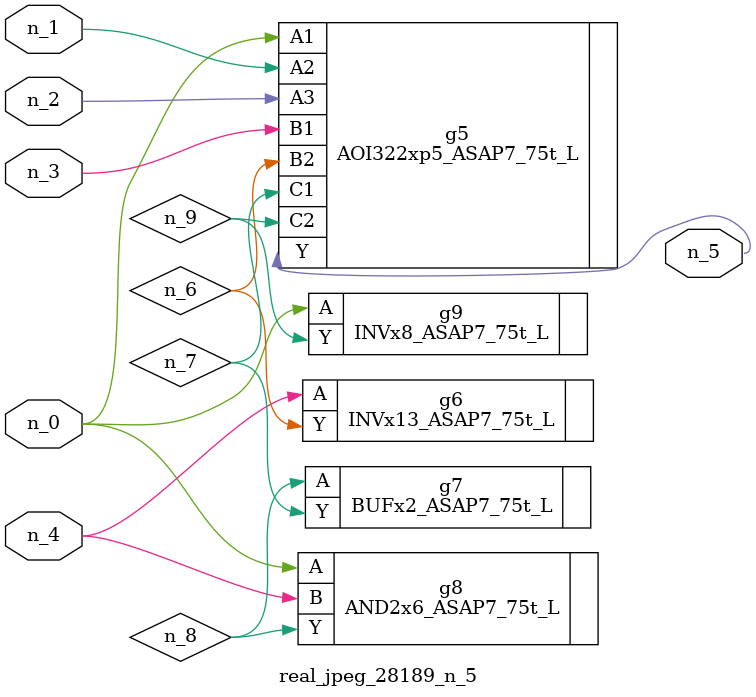
<source format=v>
module real_jpeg_28189_n_5 (n_4, n_0, n_1, n_2, n_3, n_5);

input n_4;
input n_0;
input n_1;
input n_2;
input n_3;

output n_5;

wire n_8;
wire n_6;
wire n_7;
wire n_9;

AOI322xp5_ASAP7_75t_L g5 ( 
.A1(n_0),
.A2(n_1),
.A3(n_2),
.B1(n_3),
.B2(n_6),
.C1(n_7),
.C2(n_9),
.Y(n_5)
);

AND2x6_ASAP7_75t_L g8 ( 
.A(n_0),
.B(n_4),
.Y(n_8)
);

INVx8_ASAP7_75t_L g9 ( 
.A(n_0),
.Y(n_9)
);

INVx13_ASAP7_75t_L g6 ( 
.A(n_4),
.Y(n_6)
);

BUFx2_ASAP7_75t_L g7 ( 
.A(n_8),
.Y(n_7)
);


endmodule
</source>
